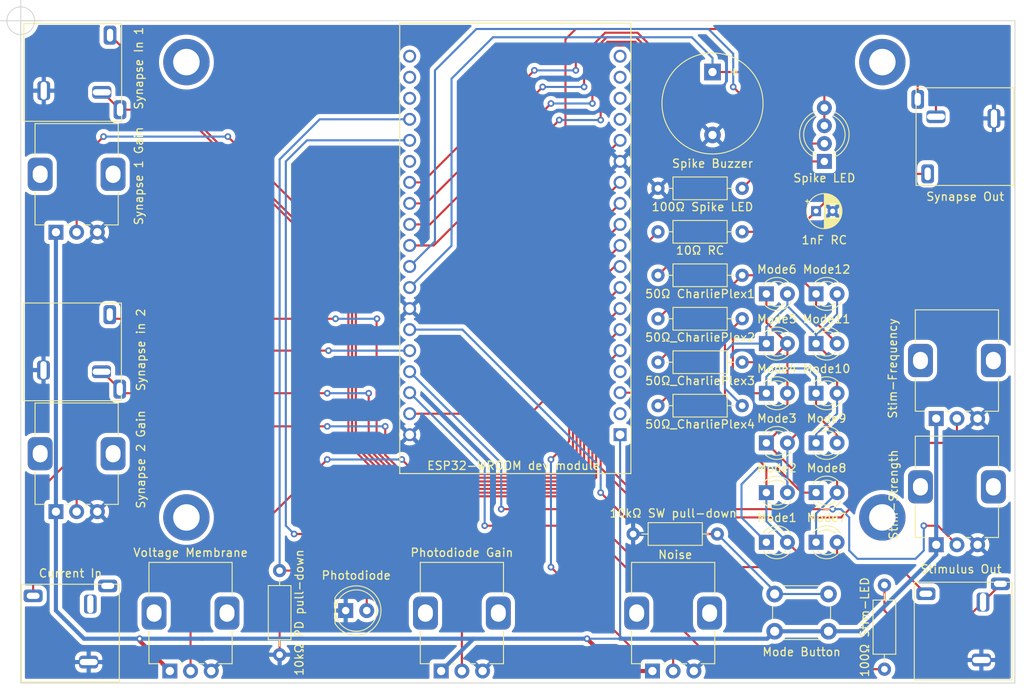
<source format=kicad_pcb>
(kicad_pcb (version 20211014) (generator pcbnew)
  (layers (0 "F.Cu" signal) (31 "B.Cu" signal) (34 "B.Paste" user) (35 "F.Paste" user) (36 "B.SilkS" user "B.Silkscreen") (37 "F.SilkS" user "F.Silkscreen") (38 "B.Mask" user) (39 "F.Mask" user) (44 "Edge.Cuts" user))
  (net 0 "")
  (net 11 "GNDREF")
  (net 12 "/23")
  (net 13 "/33")
  (net 14 "/32")
  (net 15 "/27")
  (net 16 "/26")
  (net 17 "/03")
  (net 18 "/01")
  (net 19 "+3V3")
  (net 20 "/36")
  (net 21 "/34")
  (net 22 "/35")
  (net 23 "/25")
  (net 24 "/14")
  (net 25 "/12")
  (net 26 "/13")
  (net 27 "/22")
  (net 28 "/21")
  (net 29 "/19")
  (net 30 "/18")
  (net 31 "/05")
  (net 32 "/17")
  (net 33 "/16")
  (net 34 "/04")
  (net 35 "/02")
  (net 36 "/15")
  (net 37 "Net-(10Ω_RC1-Pad2)")
  (net 38 "Net-(100Ω_CharliePlex1-Pad2)")
  (net 39 "Net-(100Ω_CharliePlex2-Pad2)")
  (net 41 "Net-(100Ω_CharliePlex3-Pad2)")
  (net 42 "Net-(100Ω_CharliePlex4-Pad2)")
  (net 43 "Net-(100Ω_Spike-LED1-Pad2)")
  (net 44 "Net-(100Ω_Stim-LED1-Pad2)")
  (footprint "LED_THT:LED_D5.0mm-4_RGB_Wide_Pins" (layer "F.Cu") (at 197 67 90)
    (fp_text reference "Spike LED")
    (fp_text value "RGB")
  )
  (footprint "MountingHole:MountingHole_3.2mm_M3_DIN965_Pad" (layer "F.Cu") (at 120 55)
    (fp_text reference " ")
    (fp_text value "MountingHole_3.2mm_M3_DIN965_Pad")
  )
  (footprint "LED_THT:LED_D3.0mm" (layer "F.Cu") (at 190 83)
    (fp_text reference "Mode6")
    (fp_text value "D7")
  )
  (footprint "LED_THT:LED_D3.0mm" (layer "F.Cu") (at 190 113)
    (fp_text reference "Mode1")
    (fp_text value "D2")
  )
  (footprint "Resistor_THT:R_Axial_DIN0207_L6.3mm_D2.5mm_P10.16mm_Horizontal" (layer "F.Cu") (at 184.08 112 180)
    (fp_text reference "10kΩ SW pull-down")
    (fp_text value "R5")
  )
  (footprint "Potentiometer_THT:Potentiometer_Alps_RK09K_Single_Vertical" (layer "F.Cu") (at 210.5 113.3 90)
    (fp_text reference "Stim-Strength")
    (fp_text value "RV6")
  )
  (footprint "Potentiometer_THT:Potentiometer_Alps_RK09K_Single_Vertical" (layer "F.Cu") (at 176.25 128.55 90)
    (fp_text reference "Noise")
    (fp_text value "RV4")
  )
  (footprint "Connector_Audio:Audio Jack 3.5mm" (layer "F.Cu") (at 100.2815 56.25 90)
    (fp_text reference "Synapse In 1")
    (fp_text value "J2")
  )
  (footprint "Connector_Audio:Audio Jack 3.5mm" (layer "F.Cu") (at 219.9685 64 -90)
    (fp_text reference "Synapse Out")
    (fp_text value "J1")
  )
  (footprint "Potentiometer_THT:Potentiometer_Alps_RK09K_Single_Vertical" (layer "F.Cu") (at 104.25 75.55 90)
    (fp_text reference "Synapse 1 Gain")
    (fp_text value "RV1")
  )
  (footprint "LED_THT:LED_D3.0mm" (layer "F.Cu") (at 190 101)
    (fp_text reference "Mode3")
    (fp_text value "D4")
  )
  (footprint "Potentiometer_THT:Potentiometer_Alps_RK09K_Single_Vertical" (layer "F.Cu") (at 118 128.55 90)
    (fp_text reference "Voltage Membrane")
    (fp_text value "RV3")
  )
  (footprint "Resistor_THT:R_Axial_DIN0207_L6.3mm_D2.5mm_P10.16mm_Horizontal" (layer "F.Cu") (at 204.25 128.33 90)
    (fp_text reference "100Ω Stim-LED")
    (fp_text value "R3")
  )
  (footprint "MountingHole:MountingHole_3.2mm_M3_DIN965_Pad" (layer "F.Cu") (at 204 55)
    (fp_text reference " ")
    (fp_text value "MountingHole_3.2mm_M3_DIN965_Pad")
  )
  (footprint "Connector_Audio:Audio Jack 3.5mm" (layer "F.Cu") (at 213.75 129.7185 180)
    (fp_text reference "Stimulus Out")
    (fp_text value "J5")
  )
  (footprint "LED_THT:LED_D3.0mm" (layer "F.Cu") (at 196 95)
    (fp_text reference "Mode10")
    (fp_text value "D11")
  )
  (footprint "LED_THT:LED_D3.0mm" (layer "F.Cu") (at 196 107)
    (fp_text reference "Mode8")
    (fp_text value "LED")
  )
  (footprint "Resistor_THT:R_Axial_DIN0207_L6.3mm_D2.5mm_P10.16mm_Horizontal" (layer "F.Cu") (at 176.92 96.5)
    (fp_text reference "50Ω_CharliePlex4")
    (fp_text value "R9")
  )
  (footprint "LED_THT:LED_D3.0mm" (layer "F.Cu") (at 196 83)
    (fp_text reference "Mode12")
    (fp_text value "D13")
  )
  (footprint "LED_THT:LED_D3.0mm" (layer "F.Cu") (at 196 89)
    (fp_text reference "Mode11")
    (fp_text value "D12")
  )
  (footprint "LED_THT:LED_D3.0mm" (layer "F.Cu") (at 196 101)
    (fp_text reference "Mode9")
    (fp_text value "D10")
  )
  (footprint "Resistor_THT:R_Axial_DIN0207_L6.3mm_D2.5mm_P10.16mm_Horizontal" (layer "F.Cu") (at 176.92 75.5)
    (fp_text reference "10Ω RC")
    (fp_text value "R1")
  )
  (footprint "LED_THT:LED_D5.0mm" (layer "F.Cu") (at 139.225 121.25)
    (fp_text reference "Photodiode")
    (fp_text value "D1")
  )
  (footprint "Potentiometer_THT:Potentiometer_Alps_RK09K_Single_Vertical" (layer "F.Cu") (at 210.5 98.05 90)
    (fp_text reference "Stim-Frequency")
    (fp_text value "RV7")
  )
  (footprint "Potentiometer_THT:Potentiometer_Alps_RK09K_Single_Vertical" (layer "F.Cu") (at 104.25 109.3 90)
    (fp_text reference "Synapse 2 Gain")
    (fp_text value "RV2")
  )
  (footprint "Connector_Audio:Audio Jack 3.5mm" (layer "F.Cu") (at 100.25 90 90)
    (fp_text reference "Synapse in 2")
    (fp_text value "J3")
  )
  (footprint "LED_THT:LED_D3.0mm" (layer "F.Cu") (at 190 107)
    (fp_text reference "Mode2")
    (fp_text value "D3")
  )
  (footprint "MountingHole:MountingHole_3.2mm_M3_DIN965_Pad" (layer "F.Cu") (at 204 110)
    (fp_text reference " ")
    (fp_text value "MountingHole_3.2mm_M3_DIN965_Pad")
  )
  (footprint "LED_THT:LED_D3.0mm" (layer "F.Cu") (at 190 95)
    (fp_text reference "Mode4")
    (fp_text value "D5")
  )
  (footprint "Connector_Audio:Audio Jack 3.5mm" (layer "F.Cu") (at 106 129.9685 180)
    (fp_text reference "Current In")
    (fp_text value "J4")
  )
  (footprint "Resistor_THT:R_Axial_DIN0207_L6.3mm_D2.5mm_P10.16mm_Horizontal" (layer "F.Cu") (at 176.92 91.25)
    (fp_text reference "50Ω_CharliePlex3")
    (fp_text value "R8")
  )
  (footprint "Resistor_THT:R_Axial_DIN0207_L6.3mm_D2.5mm_P10.16mm_Horizontal" (layer "F.Cu") (at 131.25 116.42 -90)
    (fp_text reference "10kΩ PD pull-down")
    (fp_text value "R2")
  )
  (footprint "Potentiometer_THT:Potentiometer_Alps_RK09K_Single_Vertical" (layer "F.Cu") (at 150.75 128.55 90)
    (fp_text reference "Photodiode Gain")
    (fp_text value "RV5")
  )
  (footprint "Capacitor_THT:CP_Radial_D4.0mm_P2.00mm" (layer "F.Cu") (at 196 73)
    (fp_text reference "1nF RC")
    (fp_text value "C1")
  )
  (footprint "Resistor_THT:R_Axial_DIN0207_L6.3mm_D2.5mm_P10.16mm_Horizontal" (layer "F.Cu") (at 176.92 86)
    (fp_text reference "50Ω_CharliePlex2")
    (fp_text value "R7")
  )
  (footprint "Resistor_THT:R_Axial_DIN0207_L6.3mm_D2.5mm_P10.16mm_Horizontal" (layer "F.Cu") (at 176.92 70.25)
    (fp_text reference "100Ω Spike LED")
    (fp_text value "R4")
  )
  (footprint "Buzzer_Beeper:Buzzer_12x9.5RM7.6" (layer "F.Cu") (at 183.5 56.2 -90)
    (fp_text reference "Spike Buzzer")
    (fp_text value "BZ1")
  )
  (footprint "MountingHole:MountingHole_3.2mm_M3_DIN965_Pad" (layer "F.Cu") (at 120 110)
    (fp_text reference " ")
    (fp_text value "MountingHole_3.2mm_M3_DIN965_Pad")
  )
  (footprint "Resistor_THT:R_Axial_DIN0207_L6.3mm_D2.5mm_P10.16mm_Horizontal" (layer "F.Cu") (at 176.92 80.75)
    (fp_text reference "50Ω CharliePlex1")
    (fp_text value "R6")
  )
  (footprint "Button_Switch_THT:SW_PUSH_6mm_H13mm" (layer "F.Cu") (at 191 119.25)
    (fp_text reference "Mode Button")
    (fp_text value "SW1")
  )
  (footprint "Module:MODULE_ESP32-DEVKITC-32D" (layer "F.Cu") (at 159.5475 50 180)
    (fp_text reference "ESP32-WROOM dev module")
    (fp_text value "ESP32-DEVKITC-32D")
  )
  (footprint "LED_THT:LED_D3.0mm" (layer "F.Cu") (at 196 113)
    (fp_text reference "Mode7")
    (fp_text value "D8")
  )
  (footprint "LED_THT:LED_D3.0mm" (layer "F.Cu") (at 190 89)
    (fp_text reference "Mode5")
    (fp_text value "D6")
  )
  (gr_line (start 220 130) (end 100 130) (layer "Edge.Cuts") (width 0.1))
  (gr_line (start 100 50) (end 220 50) (layer "Edge.Cuts") (width 0.1))
  (gr_line (start 220 50) (end 220 130) (layer "Edge.Cuts") (width 0.1))
  (gr_line (start 100 130) (end 100 50) (layer "Edge.Cuts") (width 0.1))
  (target plus (at 100 50) (size 5) (width 0.1) (layer "Edge.Cuts"))
  (segment (start 131.25 126.58) (end 131.25 123.75) (width 0.25) (layer "F.Cu") (net 11))
  (segment (start 131.25 123.75) (end 133.75 121.25) (width 0.25) (layer "F.Cu") (net 11))
  (segment (start 133.75 121.25) (end 139.225 121.25) (width 0.25) (layer "F.Cu") (net 11))
  (segment (start 208.2685 52.2685) (end 208.2685 59.5) (width 0.25) (layer "F.Cu") (net 12))
  (segment (start 161.53 97.47) (end 165.7524 93.2476) (width 0.25) (layer "F.Cu") (net 12))
  (segment (start 207 51) (end 208.2685 52.2685) (width 0.25) (layer "F.Cu") (net 12))
  (segment (start 210 51) (end 210.4685 51.4685) (width 0.25) (layer "F.Cu") (net 12))
  (segment (start 146.9475 97.47) (end 161.53 97.47) (width 0.25) (layer "F.Cu") (net 12))
  (segment (start 207 51) (end 210 51) (width 0.25) (layer "F.Cu") (net 12))
  (segment (start 210.4685 51.4685) (end 210.4685 61.6) (width 0.25) (layer "F.Cu") (net 12))
  (segment (start 165.7524 52.2476) (end 167 51) (width 0.25) (layer "F.Cu") (net 12))
  (segment (start 165.7524 93.2476) (end 165.7524 52.2476) (width 0.25) (layer "F.Cu") (net 12))
  (segment (start 167 51) (end 207 51) (width 0.25) (layer "F.Cu") (net 12))
  (segment (start 167 107) (end 146 107) (width 0.25) (layer "F.Cu") (net 13))
  (segment (start 140 101) (end 140 80.9685) (width 0.25) (layer "F.Cu") (net 13))
  (segment (start 140 80.9685) (end 110.7815 51.75) (width 0.25) (layer "F.Cu") (net 13))
  (segment (start 169 85.5775) (end 169 105) (width 0.25) (layer "F.Cu") (net 13))
  (segment (start 172.3475 82.23) (end 169 85.5775) (width 0.25) (layer "F.Cu") (net 13))
  (segment (start 169 105) (end 167 107) (width 0.25) (layer "F.Cu") (net 13))
  (segment (start 146 107) (end 140 101) (width 0.25) (layer "F.Cu") (net 13))
  (segment (start 139.55048 81.154698) (end 119.145782 60.75) (width 0.25) (layer "F.Cu") (net 14))
  (segment (start 167.186197 107.44952) (end 146.55048 107.44952) (width 0.25) (layer "F.Cu") (net 14))
  (segment (start 169.44952 105.186197) (end 169.44952 88.55048) (width 0.25) (layer "F.Cu") (net 14))
  (segment (start 169.44952 87.66798) (end 169.44952 88.55048) (width 0.25) (layer "F.Cu") (net 14))
  (segment (start 167.317859 107.317859) (end 169.44952 105.186197) (width 0.25) (layer "F.Cu") (net 14))
  (segment (start 119.145782 60.75) (end 111.9815 60.75) (width 0.25) (layer "F.Cu") (net 14))
  (segment (start 109.8815 58.65) (end 111.9815 60.75) (width 0.25) (layer "F.Cu") (net 14))
  (segment (start 146.55048 107.44952) (end 145.813803 107.44952) (width 0.25) (layer "F.Cu") (net 14))
  (segment (start 167.317859 107.317859) (end 167.186197 107.44952) (width 0.25) (layer "F.Cu") (net 14))
  (segment (start 109.7815 58.65) (end 109.8815 58.65) (width 0.25) (layer "F.Cu") (net 14))
  (segment (start 172.3475 84.77) (end 169.44952 87.66798) (width 0.25) (layer "F.Cu") (net 14))
  (segment (start 139.55048 101.186197) (end 139.55048 81.154698) (width 0.25) (layer "F.Cu") (net 14))
  (segment (start 145.813803 107.44952) (end 139.55048 101.186197) (width 0.25) (layer "F.Cu") (net 14))
  (segment (start 142.953577 102.046423) (end 146.558594 105.65144) (width 0.25) (layer "F.Cu") (net 15))
  (segment (start 167.55048 104.178084) (end 167.55048 79.40702) (width 0.25) (layer "F.Cu") (net 15))
  (segment (start 146.558594 105.65144) (end 166.077124 105.65144) (width 0.25) (layer "F.Cu") (net 15))
  (segment (start 111.25 86) (end 110.75 85.5) (width 0.25) (layer "F.Cu") (net 15))
  (segment (start 166.077124 105.65144) (end 167.55048 104.178084) (width 0.25) (layer "F.Cu") (net 15))
  (segment (start 167.55048 79.40702) (end 172.3475 74.61) (width 0.25) (layer "F.Cu") (net 15))
  (segment (start 142.953577 86.046423) (end 143 86) (width 0.25) (layer "F.Cu") (net 15))
  (segment (start 138 86) (end 111.25 86) (width 0.25) (layer "F.Cu") (net 15))
  (segment (start 142.953577 102.046423) (end 142.953577 86.046423) (width 0.25) (layer "F.Cu") (net 15))
  (via (at 143 86) (size 0.8) (drill 0.4) (layers "F.Cu" "B.Cu") (net 15))
  (via (at 138 86) (size 0.8) (drill 0.4) (layers "F.Cu" "B.Cu") (net 15))
  (segment (start 143 86) (end 139 86) (width 0.25) (layer "B.Cu") (net 15))
  (segment (start 139 86) (end 138 86) (width 0.25) (layer "B.Cu") (net 15))
  (segment (start 142 101.728564) (end 142 95) (width 0.25) (layer "F.Cu") (net 16))
  (segment (start 109.85 92.4) (end 111.95 94.5) (width 0.25) (layer "F.Cu") (net 16))
  (segment (start 111.95 94.5) (end 112.45 95) (width 0.25) (layer "F.Cu") (net 16))
  (segment (start 168 81.4975) (end 168 104.364282) (width 0.25) (layer "F.Cu") (net 16))
  (segment (start 146.372396 106.10096) (end 142 101.728564) (width 0.25) (layer "F.Cu") (net 16))
  (segment (start 172.3475 77.15) (end 168 81.4975) (width 0.25) (layer "F.Cu") (net 16))
  (segment (start 109.75 92.4) (end 109.85 92.4) (width 0.25) (layer "F.Cu") (net 16))
  (segment (start 112.45 95) (end 137 95) (width 0.25) (layer "F.Cu") (net 16))
  (segment (start 166.263322 106.10096) (end 146.372396 106.10096) (width 0.25) (layer "F.Cu") (net 16))
  (segment (start 168 104.364282) (end 166.263322 106.10096) (width 0.25) (layer "F.Cu") (net 16))
  (via (at 142 95) (size 0.8) (drill 0.4) (layers "F.Cu" "B.Cu") (net 16))
  (via (at 137 95) (size 0.8) (drill 0.4) (layers "F.Cu" "B.Cu") (net 16))
  (segment (start 142 95) (end 137 95) (width 0.25) (layer "B.Cu") (net 16))
  (segment (start 109.15 89.85) (end 106 93) (width 0.25) (layer "F.Cu") (net 17))
  (segment (start 106 93) (end 106 103) (width 0.25) (layer "F.Cu") (net 17))
  (segment (start 106 103) (end 101.5 107.5) (width 0.25) (layer "F.Cu") (net 17))
  (segment (start 101.5 107.5) (end 101.5 119.4685) (width 0.25) (layer "F.Cu") (net 17))
  (segment (start 137.15 89.85) (end 109.15 89.85) (width 0.25) (layer "F.Cu") (net 17))
  (via (at 137.15 89.85) (size 0.8) (drill 0.4) (layers "F.Cu" "B.Cu") (net 17))
  (segment (start 146.9475 89.85) (end 137.15 89.85) (width 0.25) (layer "B.Cu") (net 17))
  (segment (start 169 109) (end 158 109) (width 0.25) (layer "F.Cu") (net 18))
  (segment (start 171 110) (end 170 109) (width 0.25) (layer "F.Cu") (net 18))
  (segment (start 175 116) (end 171 112) (width 0.25) (layer "F.Cu") (net 18))
  (segment (start 206.0315 116) (end 175 116) (width 0.25) (layer "F.Cu") (net 18))
  (segment (start 209.25 119.2185) (end 206.0315 116) (width 0.25) (layer "F.Cu") (net 18))
  (segment (start 170 109) (end 169 109) (width 0.25) (layer "F.Cu") (net 18))
  (segment (start 171 112) (end 171 110) (width 0.25) (layer "F.Cu") (net 18))
  (via (at 158 109) (size 0.8) (drill 0.4) (layers "F.Cu" "B.Cu") (net 18))
  (segment (start 146.9475 92.39) (end 158 103.4425) (width 0.25) (layer "B.Cu") (net 18))
  (segment (start 158 103.4425) (end 158 109) (width 0.25) (layer "B.Cu") (net 18))
  (segment (start 114.3525 124.9025) (end 118 128.55) (width 0.5) (layer "F.Cu") (net 19))
  (segment (start 114.3525 124.6475) (end 114.3525 124.9025) (width 0.25) (layer "F.Cu") (net 19))
  (segment (start 172.255 128.55) (end 176.25 128.55) (width 0.5) (layer "F.Cu") (net 19))
  (segment (start 168.3525 124.6475) (end 172.255 128.55) (width 0.5) (layer "F.Cu") (net 19))
  (via (at 168.3525 124.6475) (size 0.8) (drill 0.4) (layers "F.Cu" "B.Cu") (net 19))
  (via (at 114.3525 124.6475) (size 0.8) (drill 0.4) (layers "F.Cu" "B.Cu") (net 19))
  (segment (start 107.6475 124.6475) (end 114.3525 124.6475) (width 0.5) (layer "B.Cu") (net 19))
  (segment (start 191 123.75) (end 197.5 123.75) (width 0.5) (layer "B.Cu") (net 19))
  (segment (start 201.25 123.75) (end 210.5 114.5) (width 0.5) (layer "B.Cu") (net 19))
  (segment (start 172.3475 124.6475) (end 168.3525 124.6475) (width 0.25) (layer "B.Cu") (net 19))
  (segment (start 104.25 121.25) (end 107.6475 124.6475) (width 0.5) (layer "B.Cu") (net 19))
  (segment (start 104.25 109.3) (end 104.25 121.25) (width 0.5) (layer "B.Cu") (net 19))
  (segment (start 104.25 109.3) (end 104.25 75.55) (width 0.5) (layer "B.Cu") (net 19))
  (segment (start 172.3475 124.6475) (end 190.1025 124.6475) (width 0.5) (layer "B.Cu") (net 19))
  (segment (start 154.6525 124.6475) (end 150.75 128.55) (width 0.5) (layer "B.Cu") (net 19))
  (segment (start 210.5 114.5) (end 210.5 113.3) (width 0.5) (layer "B.Cu") (net 19))
  (segment (start 210.5 113.3) (end 210.5 98.05) (width 0.5) (layer "B.Cu") (net 19))
  (segment (start 197.5 123.75) (end 201.25 123.75) (width 0.5) (layer "B.Cu") (net 19))
  (segment (start 154.6525 124.6475) (end 121.9025 124.6475) (width 0.5) (layer "B.Cu") (net 19))
  (segment (start 190.1025 124.6475) (end 191 123.75) (width 0.5) (layer "B.Cu") (net 19))
  (segment (start 172.3475 100.01) (end 172.3475 124.6475) (width 0.25) (layer "B.Cu") (net 19))
  (segment (start 114.3525 124.6475) (end 121.9025 124.6475) (width 0.5) (layer "B.Cu") (net 19))
  (segment (start 168.3525 124.6475) (end 154.6525 124.6475) (width 0.5) (layer "B.Cu") (net 19))
  (segment (start 175 94) (end 175 77.42) (width 0.25) (layer "F.Cu") (net 20))
  (segment (start 175 77.42) (end 176.92 75.5) (width 0.25) (layer "F.Cu") (net 20))
  (segment (start 172.3475 94.93) (end 174.07 94.93) (width 0.25) (layer "F.Cu") (net 20))
  (segment (start 174.07 94.93) (end 175 94) (width 0.25) (layer "F.Cu") (net 20))
  (segment (start 176 109) (end 198 109) (width 0.25) (layer "F.Cu") (net 21))
  (segment (start 210.7 111) (end 213 113.3) (width 0.25) (layer "F.Cu") (net 21))
  (segment (start 209 111) (end 210.7 111) (width 0.25) (layer "F.Cu") (net 21))
  (segment (start 170.44952 91.74798) (end 170.44952 103.44952) (width 0.25) (layer "F.Cu") (net 21))
  (segment (start 172.3475 89.85) (end 170.44952 91.74798) (width 0.25) (layer "F.Cu") (net 21))
  (segment (start 170.44952 103.44952) (end 176 109) (width 0.25) (layer "F.Cu") (net 21))
  (via (at 198 109) (size 0.8) (drill 0.4) (layers "F.Cu" "B.Cu") (net 21))
  (via (at 209 111) (size 0.8) (drill 0.4) (layers "F.Cu" "B.Cu") (net 21))
  (segment (start 209 111) (end 209 114) (width 0.25) (layer "B.Cu") (net 21))
  (segment (start 201 115) (end 200 114) (width 0.25) (layer "B.Cu") (net 21))
  (segment (start 199 109) (end 198 109) (width 0.25) (layer "B.Cu") (net 21))
  (segment (start 200 110) (end 199 109) (width 0.25) (layer "B.Cu") (net 21))
  (segment (start 200 114) (end 200 110) (width 0.25) (layer "B.Cu") (net 21))
  (segment (start 208 115) (end 201 115) (width 0.25) (layer "B.Cu") (net 21))
  (segment (start 209 114) (end 208 115) (width 0.25) (layer "B.Cu") (net 21))
  (segment (start 200 109.024614) (end 199.024614 110) (width 0.25) (layer "F.Cu") (net 22))
  (segment (start 213 98.05) (end 213 100) (width 0.25) (layer "F.Cu") (net 22))
  (segment (start 176 110) (end 170 104) (width 0.25) (layer "F.Cu") (net 22))
  (segment (start 212 101) (end 202 101) (width 0.25) (layer "F.Cu") (net 22))
  (segment (start 202 101) (end 200 103) (width 0.25) (layer "F.Cu") (net 22))
  (segment (start 213 100) (end 212 101) (width 0.25) (layer "F.Cu") (net 22))
  (segment (start 200 103) (end 200 109.024614) (width 0.25) (layer "F.Cu") (net 22))
  (segment (start 170 89.6575) (end 172.3475 87.31) (width 0.25) (layer "F.Cu") (net 22))
  (segment (start 199.024614 110) (end 176 110) (width 0.25) (layer "F.Cu") (net 22))
  (segment (start 170 104) (end 170 89.6575) (width 0.25) (layer "F.Cu") (net 22))
  (segment (start 171.674282 79.69) (end 168.55048 82.813802) (width 0.25) (layer "F.Cu") (net 23))
  (segment (start 146.186198 106.55048) (end 140.44952 100.813802) (width 0.25) (layer "F.Cu") (net 23))
  (segment (start 106.75 67.25) (end 110 64) (width 0.25) (layer "F.Cu") (net 23))
  (segment (start 140.44952 79.44952) (end 125 64) (width 0.25) (layer "F.Cu") (net 23))
  (segment (start 166.44952 106.55048) (end 146.186198 106.55048) (width 0.25) (layer "F.Cu") (net 23))
  (segment (start 172.3475 79.69) (end 171.674282 79.69) (width 0.25) (layer "F.Cu") (net 23))
  (segment (start 168.55048 104.44952) (end 166.44952 106.55048) (width 0.25) (layer "F.Cu") (net 23))
  (segment (start 106.75 75.55) (end 106.75 67.25) (width 0.25) (layer "F.Cu") (net 23))
  (segment (start 168.55048 82.813802) (end 168.55048 104.44952) (width 0.25) (layer "F.Cu") (net 23))
  (segment (start 140.44952 100.813802) (end 140.44952 79.44952) (width 0.25) (layer "F.Cu") (net 23))
  (via (at 110 64) (size 0.8) (drill 0.4) (layers "F.Cu" "B.Cu") (net 23))
  (via (at 125 64) (size 0.8) (drill 0.4) (layers "F.Cu" "B.Cu") (net 23))
  (segment (start 125 64) (end 110 64) (width 0.25) (layer "B.Cu") (net 23))
  (segment (start 137 99) (end 109 99) (width 0.25) (layer "F.Cu") (net 24))
  (segment (start 144 102.457128) (end 144 99) (width 0.25) (layer "F.Cu") (net 24))
  (segment (start 167.10096 103.89904) (end 165.79808 105.20192) (width 0.25) (layer "F.Cu") (net 24))
  (segment (start 167.10096 77.31654) (end 167.10096 103.89904) (width 0.25) (layer "F.Cu") (net 24))
  (segment (start 165.79808 105.20192) (end 146.744792 105.20192) (width 0.25) (layer "F.Cu") (net 24))
  (segment (start 146.744792 105.20192) (end 144 102.457128) (width 0.25) (layer "F.Cu") (net 24))
  (segment (start 109 99) (end 106.75 101.25) (width 0.25) (layer "F.Cu") (net 24))
  (segment (start 172.3475 72.07) (end 167.10096 77.31654) (width 0.25) (layer "F.Cu") (net 24))
  (segment (start 106.75 101.25) (end 106.75 109.3) (width 0.25) (layer "F.Cu") (net 24))
  (via (at 137 99) (size 0.8) (drill 0.4) (layers "F.Cu" "B.Cu") (net 24))
  (via (at 144 99) (size 0.8) (drill 0.4) (layers "F.Cu" "B.Cu") (net 24))
  (segment (start 144 99) (end 137 99) (width 0.25) (layer "B.Cu") (net 24))
  (segment (start 165.611882 104.7524) (end 147.7524 104.7524) (width 0.25) (layer "F.Cu") (net 25))
  (segment (start 137 103) (end 120.5 119.5) (width 0.25) (layer "F.Cu") (net 25))
  (segment (start 120.5 128.55) (end 120.5 119.5) (width 0.25) (layer "F.Cu") (net 25))
  (segment (start 147.7524 104.7524) (end 146 103) (width 0.25) (layer "F.Cu") (net 25))
  (segment (start 172.3475 69.53) (end 166.65144 75.22606) (width 0.25) (layer "F.Cu") (net 25))
  (segment (start 166.65144 103.712842) (end 165.611882 104.7524) (width 0.25) (layer "F.Cu") (net 25))
  (segment (start 166.65144 75.22606) (end 166.65144 103.712842) (width 0.25) (layer "F.Cu") (net 25))
  (via (at 137 103) (size 0.8) (drill 0.4) (layers "F.Cu" "B.Cu") (net 25))
  (via (at 146 103) (size 0.8) (drill 0.4) (layers "F.Cu" "B.Cu") (net 25))
  (segment (start 146 103) (end 137 103) (width 0.25) (layer "B.Cu") (net 25))
  (segment (start 166.20192 70.59558) (end 166.20192 100.79808) (width 0.25) (layer "F.Cu") (net 26))
  (segment (start 172.3475 64.45) (end 166.20192 70.59558) (width 0.25) (layer "F.Cu") (net 26))
  (segment (start 166.20192 100.79808) (end 164 103) (width 0.25) (layer "F.Cu") (net 26))
  (segment (start 174 126) (end 178 126) (width 0.25) (layer "F.Cu") (net 26))
  (segment (start 164 116) (end 174 126) (width 0.25) (layer "F.Cu") (net 26))
  (segment (start 178 126) (end 178.75 126.75) (width 0.25) (layer "F.Cu") (net 26))
  (segment (start 178.75 126.75) (end 178.75 128.55) (width 0.25) (layer "F.Cu") (net 26))
  (via (at 164 116) (size 0.8) (drill 0.4) (layers "F.Cu" "B.Cu") (net 26))
  (via (at 164 103) (size 0.8) (drill 0.4) (layers "F.Cu" "B.Cu") (net 26))
  (segment (start 164 103) (end 164 116) (width 0.25) (layer "B.Cu") (net 26))
  (segment (start 178 121.6804) (end 178 121) (width 0.25) (layer "F.Cu") (net 27))
  (segment (start 168 111) (end 166 111) (width 0.25) (layer "F.Cu") (net 27))
  (segment (start 184.6496 128.33) (end 178 121.6804) (width 0.25) (layer "F.Cu") (net 27))
  (segment (start 166 111) (end 156 111) (width 0.25) (layer "F.Cu") (net 27))
  (segment (start 178 121) (end 168 111) (width 0.25) (layer "F.Cu") (net 27))
  (segment (start 204.25 128.33) (end 184.6496 128.33) (width 0.25) (layer "F.Cu") (net 27))
  (via (at 156 111) (size 0.8) (drill 0.4) (layers "F.Cu" "B.Cu") (net 27))
  (segment (start 146.9475 94.93) (end 156 103.9825) (width 0.25) (layer "B.Cu") (net 27))
  (segment (start 156 103.9825) (end 156 111) (width 0.25) (layer "B.Cu") (net 27))
  (segment (start 173 110) (end 175 110) (width 0.25) (layer "F.Cu") (net 28))
  (segment (start 177 112) (end 184.08 112) (width 0.25) (layer "F.Cu") (net 28))
  (segment (start 175 110) (end 177 112) (width 0.25) (layer "F.Cu") (net 28))
  (segment (start 170 107) (end 173 110) (width 0.25) (layer "F.Cu") (net 28))
  (via (at 170 107) (size 0.8) (drill 0.4) (layers "F.Cu" "B.Cu") (net 28))
  (segment (start 146.9475 87.31) (end 153.31 87.31) (width 0.25) (layer "B.Cu") (net 28))
  (segment (start 191 118.92) (end 191 119.25) (width 0.25) (layer "B.Cu") (net 28))
  (segment (start 153.31 87.31) (end 170 104) (width 0.25) (layer "B.Cu") (net 28))
  (segment (start 191 119.25) (end 197.5 119.25) (width 0.25) (layer "B.Cu") (net 28))
  (segment (start 184.08 112) (end 191 118.92) (width 0.25) (layer "B.Cu") (net 28))
  (segment (start 170 104) (end 170 107) (width 0.25) (layer "B.Cu") (net 28))
  (segment (start 197 60.523) (end 197 62.682) (width 0.25) (layer "F.Cu") (net 29))
  (segment (start 183.5 56.2) (end 196.437 56.2) (width 0.25) (layer "F.Cu") (net 29))
  (segment (start 197 56.763) (end 197 60.523) (width 0.25) (layer "F.Cu") (net 29))
  (segment (start 196.437 56.2) (end 197 56.763) (width 0.25) (layer "F.Cu") (net 29))
  (segment (start 181 52) (end 157 52) (width 0.25) (layer "B.Cu") (net 29))
  (segment (start 183.5 56.2) (end 183.5 54.5) (width 0.25) (layer "B.Cu") (net 29))
  (segment (start 157 52) (end 152 57) (width 0.25) (layer "B.Cu") (net 29))
  (segment (start 152 77.1775) (end 146.9475 82.23) (width 0.25) (layer "B.Cu") (net 29))
  (segment (start 183.5 54.5) (end 181 52) (width 0.25) (layer "B.Cu") (net 29))
  (segment (start 152 57) (end 152 77.1775) (width 0.25) (layer "B.Cu") (net 29))
  (segment (start 186 58) (end 192.841 64.841) (width 0.25) (layer "F.Cu") (net 30))
  (segment (start 192.841 64.841) (end 197 64.841) (width 0.25) (layer "F.Cu") (net 30))
  (via (at 186 58) (size 0.8) (drill 0.4) (layers "F.Cu" "B.Cu") (net 30))
  (segment (start 150 56) (end 150 76.6375) (width 0.25) (layer "B.Cu") (net 30))
  (segment (start 150 76.6375) (end 146.9475 79.69) (width 0.25) (layer "B.Cu") (net 30))
  (segment (start 186 54) (end 183 51) (width 0.25) (layer "B.Cu") (net 30))
  (segment (start 155 51) (end 150 56) (width 0.25) (layer "B.Cu") (net 30))
  (segment (start 183 51) (end 155 51) (width 0.25) (layer "B.Cu") (net 30))
  (segment (start 186 58) (end 186 54) (width 0.25) (layer "B.Cu") (net 30))
  (segment (start 174 53) (end 175 54) (width 0.25) (layer "F.Cu") (net 31))
  (segment (start 171 53) (end 170 54) (width 0.25) (layer "F.Cu") (net 31))
  (segment (start 179 69) (end 179 78.67) (width 0.25) (layer "F.Cu") (net 31))
  (segment (start 175 54) (end 175 65) (width 0.25) (layer "F.Cu") (net 31))
  (segment (start 146.9475 77.15) (end 149.85 77.15) (width 0.25) (layer "F.Cu") (net 31))
  (segment (start 170 54) (end 170 62) (width 0.25) (layer "F.Cu") (net 31))
  (segment (start 149.85 77.15) (end 165 62) (width 0.25) (layer "F.Cu") (net 31))
  (segment (start 171 53) (end 174 53) (width 0.25) (layer "F.Cu") (net 31))
  (segment (start 175 65) (end 179 69) (width 0.25) (layer "F.Cu") (net 31))
  (segment (start 179 78.67) (end 176.92 80.75) (width 0.25) (layer "F.Cu") (net 31))
  (via (at 170 62) (size 0.8) (drill 0.4) (layers "F.Cu" "B.Cu") (net 31))
  (via (at 165 62) (size 0.8) (drill 0.4) (layers "F.Cu" "B.Cu") (net 31))
  (segment (start 170 62) (end 165 62) (width 0.25) (layer "B.Cu") (net 31))
  (segment (start 146.9475 74.61) (end 149.39 74.61) (width 0.25) (layer "F.Cu") (net 32))
  (segment (start 179.44952 68.813803) (end 175.44952 64.813803) (width 0.25) (layer "F.Cu") (net 32))
  (segment (start 175.44952 53.813802) (end 174.186198 52.55048) (width 0.25) (layer "F.Cu") (net 32))
  (segment (start 176.92 86) (end 179.44952 83.47048) (width 0.25) (layer "F.Cu") (net 32))
  (segment (start 169 54.364283) (end 169 60) (width 0.25) (layer "F.Cu") (net 32))
  (segment (start 174.186198 52.55048) (end 170.813803 52.55048) (width 0.25) (layer "F.Cu") (net 32))
  (segment (start 149.39 74.61) (end 164 60) (width 0.25) (layer "F.Cu") (net 32))
  (segment (start 179.44952 83.47048) (end 179.44952 68.813803) (width 0.25) (layer "F.Cu") (net 32))
  (segment (start 175.44952 64.813803) (end 175.44952 53.813802) (width 0.25) (layer "F.Cu") (net 32))
  (segment (start 170.813803 52.55048) (end 169 54.364283) (width 0.25) (layer "F.Cu") (net 32))
  (via (at 169 60) (size 0.8) (drill 0.4) (layers "F.Cu" "B.Cu") (net 32))
  (via (at 164 60) (size 0.8) (drill 0.4) (layers "F.Cu" "B.Cu") (net 32))
  (segment (start 169 60) (end 164 60) (width 0.25) (layer "B.Cu") (net 32))
  (segment (start 180 88.17) (end 180 68.728565) (width 0.25) (layer "F.Cu") (net 33))
  (segment (start 180 68.728565) (end 175.89904 64.627605) (width 0.25) (layer "F.Cu") (net 33))
  (segment (start 146.9475 72.07) (end 148.93 72.07) (width 0.25) (layer "F.Cu") (net 33))
  (segment (start 174.271435 52) (end 170.728566 52) (width 0.25) (layer "F.Cu") (net 33))
  (segment (start 175.89904 64.627605) (end 175.89904 53.627605) (width 0.25) (layer "F.Cu") (net 33))
  (segment (start 170.728566 52) (end 168 54.728566) (width 0.25) (layer "F.Cu") (net 33))
  (segment (start 168 54.728566) (end 168 58) (width 0.25) (layer "F.Cu") (net 33))
  (segment (start 176.92 91.25) (end 180 88.17) (width 0.25) (layer "F.Cu") (net 33))
  (segment (start 175.89904 53.627605) (end 174.271435 52) (width 0.25) (layer "F.Cu") (net 33))
  (segment (start 148.93 72.07) (end 163 58) (width 0.25) (layer "F.Cu") (net 33))
  (via (at 168 58) (size 0.8) (drill 0.4) (layers "F.Cu" "B.Cu") (net 33))
  (via (at 163 58) (size 0.8) (drill 0.4) (layers "F.Cu" "B.Cu") (net 33))
  (segment (start 168 58) (end 163 58) (width 0.25) (layer "B.Cu") (net 33))
  (segment (start 176.92 96.5) (end 180.44952 92.97048) (width 0.25) (layer "F.Cu") (net 34))
  (segment (start 180.44952 92.97048) (end 180.44952 68.542368) (width 0.25) (layer "F.Cu") (net 34))
  (segment (start 170.55048 51.44952) (end 167 55) (width 0.25) (layer "F.Cu") (net 34))
  (segment (start 176.34856 64.441408) (end 176.34856 53.34856) (width 0.25) (layer "F.Cu") (net 34))
  (segment (start 180.44952 68.542368) (end 176.34856 64.441408) (width 0.25) (layer "F.Cu") (net 34))
  (segment (start 167 55) (end 167 56) (width 0.25) (layer "F.Cu") (net 34))
  (segment (start 162 56) (end 148.47 69.53) (width 0.25) (layer "F.Cu") (net 34))
  (segment (start 176.34856 53.34856) (end 174.44952 51.44952) (width 0.25) (layer "F.Cu") (net 34))
  (segment (start 148.47 69.53) (end 146.9475 69.53) (width 0.25) (layer "F.Cu") (net 34))
  (segment (start 174.44952 51.44952) (end 170.55048 51.44952) (width 0.25) (layer "F.Cu") (net 34))
  (via (at 167 56) (size 0.8) (drill 0.4) (layers "F.Cu" "B.Cu") (net 34))
  (via (at 162 56) (size 0.8) (drill 0.4) (layers "F.Cu" "B.Cu") (net 34))
  (segment (start 167 56) (end 162 56) (width 0.25) (layer "B.Cu") (net 34))
  (segment (start 153.25 116.25) (end 153.25 128.55) (width 0.25) (layer "F.Cu") (net 35))
  (segment (start 133 112) (end 149 112) (width 0.25) (layer "F.Cu") (net 35))
  (segment (start 149 112) (end 153.25 116.25) (width 0.25) (layer "F.Cu") (net 35))
  (via (at 133 112) (size 0.8) (drill 0.4) (layers "F.Cu" "B.Cu") (net 35))
  (segment (start 132 111) (end 133 112) (width 0.25) (layer "B.Cu") (net 35))
  (segment (start 132 67) (end 132 111) (width 0.25) (layer "B.Cu") (net 35))
  (segment (start 134.55 64.45) (end 132 67) (width 0.25) (layer "B.Cu") (net 35))
  (segment (start 146.9475 64.45) (end 134.55 64.45) (width 0.25) (layer "B.Cu") (net 35))
  (segment (start 131.25 116.42) (end 139.42 116.42) (width 0.25) (layer "F.Cu") (net 36))
  (segment (start 141.765 118.765) (end 141.765 121.25) (width 0.25) (layer "F.Cu") (net 36))
  (segment (start 139.42 116.42) (end 141.765 118.765) (width 0.25) (layer "F.Cu") (net 36))
  (segment (start 131.25 66.75) (end 136.09 61.91) (width 0.25) (layer "B.Cu") (net 36))
  (segment (start 136.09 61.91) (end 146.9475 61.91) (width 0.25) (layer "B.Cu") (net 36))
  (segment (start 131.25 116.42) (end 131.25 66.75) (width 0.25) (layer "B.Cu") (net 36))
  (segment (start 196 73) (end 200.5 68.5) (width 0.25) (layer "F.Cu") (net 37))
  (segment (start 193.5 75.5) (end 196 73) (width 0.25) (layer "F.Cu") (net 37))
  (segment (start 187.08 75.5) (end 193.5 75.5) (width 0.25) (layer "F.Cu") (net 37))
  (segment (start 200.5 68.5) (end 209.4685 68.5) (width 0.25) (layer "F.Cu") (net 37))
  (segment (start 190 104) (end 191.271721 104) (width 0.25) (layer "F.Cu") (net 38))
  (segment (start 198 115) (end 198.54 114.46) (width 0.25) (layer "F.Cu") (net 38))
  (segment (start 194.271721 107) (end 196 107) (width 0.25) (layer "F.Cu") (net 38))
  (segment (start 190 104) (end 185 99) (width 0.25) (layer "F.Cu") (net 38))
  (segment (start 187.08 80.75) (end 185 82.83) (width 0.25) (layer "F.Cu") (net 38))
  (segment (start 191.271721 104) (end 194.271721 107) (width 0.25) (layer "F.Cu") (net 38))
  (segment (start 190 107) (end 190 104) (width 0.25) (layer "F.Cu") (net 38))
  (segment (start 198.54 114.46) (end 198.54 113) (width 0.25) (layer "F.Cu") (net 38))
  (segment (start 193.75 80.75) (end 196 83) (width 0.25) (layer "F.Cu") (net 38))
  (segment (start 196 83) (end 196 86.46) (width 0.25) (layer "F.Cu") (net 38))
  (segment (start 185 82.83) (end 185 99) (width 0.25) (layer "F.Cu") (net 38))
  (segment (start 187.08 80.75) (end 193.75 80.75) (width 0.25) (layer "F.Cu") (net 38))
  (segment (start 192.54 113) (end 194.54 115) (width 0.25) (layer "F.Cu") (net 38))
  (segment (start 194.54 115) (end 198 115) (width 0.25) (layer "F.Cu") (net 38))
  (segment (start 196 86.46) (end 198.54 89) (width 0.25) (layer "F.Cu") (net 38))
  (segment (start 190 110.46) (end 192.54 113) (width 0.25) (layer "B.Cu") (net 38))
  (segment (start 190 107) (end 190 110.46) (width 0.25) (layer "B.Cu") (net 38))
  (segment (start 196 97.54) (end 198.54 100.08) (width 0.25) (layer "F.Cu") (net 39))
  (segment (start 196 97.54) (end 192.54 101) (width 0.25) (layer "F.Cu") (net 39))
  (segment (start 196 95) (end 196 97.54) (width 0.25) (layer "F.Cu") (net 39))
  (segment (start 185.955489 92.955489) (end 188 95) (width 0.25) (layer "F.Cu") (net 39))
  (segment (start 185.955489 87.124511) (end 185.955489 92.955489) (width 0.25) (layer "F.Cu") (net 39))
  (segment (start 187.08 86) (end 185.955489 87.124511) (width 0.25) (layer "F.Cu") (net 39))
  (segment (start 188 95) (end 190 95) (width 0.25) (layer "F.Cu") (net 39))
  (segment (start 198.54 100.08) (end 198.54 101) (width 0.25) (layer "F.Cu") (net 39))
  (segment (start 190 113) (end 187 110) (width 0.25) (layer "B.Cu") (net 39))
  (segment (start 187 106) (end 189 104) (width 0.25) (layer "B.Cu") (net 39))
  (segment (start 190 93) (end 191 92) (width 0.25) (layer "B.Cu") (net 39))
  (segment (start 187 110) (end 187 106) (width 0.25) (layer "B.Cu") (net 39))
  (segment (start 190 95) (end 190 93) (width 0.25) (layer "B.Cu") (net 39))
  (segment (start 191 104) (end 192.54 105.54) (width 0.25) (layer "B.Cu") (net 39))
  (segment (start 191 92) (end 195 92) (width 0.25) (layer "B.Cu") (net 39))
  (segment (start 192.54 107) (end 192.54 101) (width 0.25) (layer "B.Cu") (net 39))
  (segment (start 195 92) (end 196 93) (width 0.25) (layer "B.Cu") (net 39))
  (segment (start 192.54 105.54) (end 192.54 107) (width 0.25) (layer "B.Cu") (net 39))
  (segment (start 196 93) (end 196 95) (width 0.25) (layer "B.Cu") (net 39))
  (segment (start 189 104) (end 191 104) (width 0.25) (layer "B.Cu") (net 39))
  (segment (start 190.29 91.25) (end 192.54 89) (width 0.25) (layer "F.Cu") (net 41))
  (segment (start 198.54 104.54) (end 198 104) (width 0.25) (layer "F.Cu") (net 41))
  (segment (start 190 101) (end 193 104) (width 0.25) (layer "F.Cu") (net 41))
  (segment (start 187.08 91.25) (end 190.29 91.25) (width 0.25) (layer "F.Cu") (net 41))
  (segment (start 198.54 107) (end 198.54 104.54) (width 0.25) (layer "F.Cu") (net 41))
  (segment (start 192.54 89) (end 192.54 95) (width 0.25) (layer "F.Cu") (net 41))
  (segment (start 190 86.46) (end 192.54 89) (width 0.25) (layer "F.Cu") (net 41))
  (segment (start 192.54 95) (end 192.54 98.46) (width 0.25) (layer "F.Cu") (net 41))
  (segment (start 192.54 98.46) (end 190 101) (width 0.25) (layer "F.Cu") (net 41))
  (segment (start 193 104) (end 195.54 104) (width 0.25) (layer "F.Cu") (net 41))
  (segment (start 198 104) (end 195 104) (width 0.25) (layer "F.Cu") (net 41))
  (segment (start 190 83) (end 190 86.46) (width 0.25) (layer "F.Cu") (net 41))
  (segment (start 196 109.54) (end 198.54 107) (width 0.25) (layer "B.Cu") (net 41))
  (segment (start 196 113) (end 196 109.54) (width 0.25) (layer "B.Cu") (net 41))
  (segment (start 198.54 91.54) (end 196 89) (width 0.25) (layer "F.Cu") (net 42))
  (segment (start 198.54 95) (end 198.54 91.54) (width 0.25) (layer "F.Cu") (net 42))
  (segment (start 196 100) (end 198.54 97.46) (width 0.25) (layer "B.Cu") (net 42))
  (segment (start 190 87) (end 192.54 84.46) (width 0.25) (layer "B.Cu") (net 42))
  (segment (start 198.54 83) (end 198.54 85.46) (width 0.25) (layer "B.Cu") (net 42))
  (segment (start 196 87.92) (end 196 89) (width 0.25) (layer "B.Cu") (net 42))
  (segment (start 185 90) (end 186 89) (width 0.25) (layer "B.Cu") (net 42))
  (segment (start 190 89) (end 190 87) (width 0.25) (layer "B.Cu") (net 42))
  (segment (start 185 94.42) (end 185 90) (width 0.25) (layer "B.Cu") (net 42))
  (segment (start 198.54 97.46) (end 198.54 95) (width 0.25) (layer "B.Cu") (net 42))
  (segment (start 196 101) (end 196 100) (width 0.25) (layer "B.Cu") (net 42))
  (segment (start 192.54 84.46) (end 192.54 83) (width 0.25) (layer "B.Cu") (net 42))
  (segment (start 196 89) (end 196 88) (width 0.25) (layer "B.Cu") (net 42))
  (segment (start 192.54 84.46) (end 196 87.92) (width 0.25) (layer "B.Cu") (net 42))
  (segment (start 198.54 85.46) (end 196 88) (width 0.25) (layer "B.Cu") (net 42))
  (segment (start 187.08 96.5) (end 185 94.42) (width 0.25) (layer "B.Cu") (net 42))
  (segment (start 186 89) (end 190 89) (width 0.25) (layer "B.Cu") (net 42))
  (segment (start 187.08 70.25) (end 190.33 67) (width 0.25) (layer "F.Cu") (net 43))
  (segment (start 190.33 67) (end 197 67) (width 0.25) (layer "F.Cu") (net 43))
  (segment (start 218.25 118.1185) (end 216.15 120.2185) (width 0.25) (layer "F.Cu") (net 44))
  (segment (start 213.3685 123) (end 216.15 120.2185) (width 0.25) (layer "F.Cu") (net 44))
  (segment (start 204.25 121.25) (end 206 123) (width 0.25) (layer "F.Cu") (net 44))
  (segment (start 218.25 118.0185) (end 218.25 118.1185) (width 0.25) (layer "F.Cu") (net 44))
  (segment (start 206 123) (end 213.3685 123) (width 0.25) (layer "F.Cu") (net 44))
  (segment (start 204.25 118.17) (end 204.25 121.25) (width 0.25) (layer "F.Cu") (net 44))
  (zone (net 11) (net_name "GNDREF") (layer "B.Cu") (connect_pads (clearance 0.508)) (min_thickness 0.254) (fill yes (thermal_gap 0.508) (thermal_bridge_width 0.508))
    (polygon (pts (xy 220 130) (xy 99.75 130) (xy 100 50) (xy 220 50)))
  )
)
</source>
